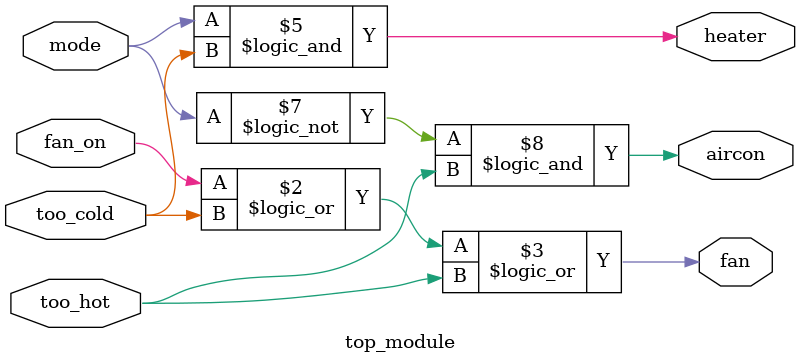
<source format=sv>
module top_module(
    input mode,
    input too_cold, 
    input too_hot,
    input fan_on,
    output reg heater,
    output reg aircon,
    output reg fan
);


	// Fan control
	always @(*)
	begin
		fan = fan_on || too_cold || too_hot;
	end

	// Heater control
	always @(*)
	begin
		heater = mode && too_cold;
	end

	// Aircon control
	always @(*)
	begin
		aircon = !mode && too_hot;
	end

endmodule

</source>
